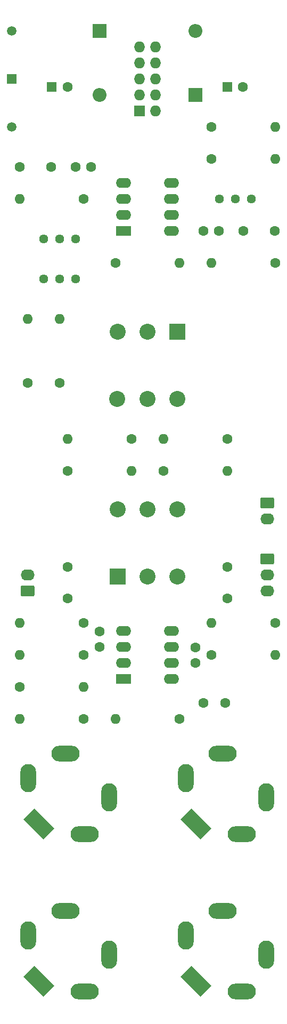
<source format=gbs>
G04 #@! TF.GenerationSoftware,KiCad,Pcbnew,6.0.4-6f826c9f35~116~ubuntu20.04.1*
G04 #@! TF.CreationDate,2022-04-19T11:49:20-04:00*
G04 #@! TF.ProjectId,arrm,6172726d-2e6b-4696-9361-645f70636258,rev?*
G04 #@! TF.SameCoordinates,Original*
G04 #@! TF.FileFunction,Soldermask,Bot*
G04 #@! TF.FilePolarity,Negative*
%FSLAX46Y46*%
G04 Gerber Fmt 4.6, Leading zero omitted, Abs format (unit mm)*
G04 Created by KiCad (PCBNEW 6.0.4-6f826c9f35~116~ubuntu20.04.1) date 2022-04-19 11:49:20*
%MOMM*%
%LPD*%
G01*
G04 APERTURE LIST*
G04 Aperture macros list*
%AMRoundRect*
0 Rectangle with rounded corners*
0 $1 Rounding radius*
0 $2 $3 $4 $5 $6 $7 $8 $9 X,Y pos of 4 corners*
0 Add a 4 corners polygon primitive as box body*
4,1,4,$2,$3,$4,$5,$6,$7,$8,$9,$2,$3,0*
0 Add four circle primitives for the rounded corners*
1,1,$1+$1,$2,$3*
1,1,$1+$1,$4,$5*
1,1,$1+$1,$6,$7*
1,1,$1+$1,$8,$9*
0 Add four rect primitives between the rounded corners*
20,1,$1+$1,$2,$3,$4,$5,0*
20,1,$1+$1,$4,$5,$6,$7,0*
20,1,$1+$1,$6,$7,$8,$9,0*
20,1,$1+$1,$8,$9,$2,$3,0*%
%AMRotRect*
0 Rectangle, with rotation*
0 The origin of the aperture is its center*
0 $1 length*
0 $2 width*
0 $3 Rotation angle, in degrees counterclockwise*
0 Add horizontal line*
21,1,$1,$2,0,0,$3*%
G04 Aperture macros list end*
%ADD10O,2.500000X4.500001*%
%ADD11O,4.500001X2.500001*%
%ADD12RotRect,4.500001X2.500001X315.000000*%
%ADD13O,4.500000X2.500000*%
%ADD14O,2.500000X4.500000*%
%ADD15RoundRect,0.250000X0.850000X-0.620000X0.850000X0.620000X-0.850000X0.620000X-0.850000X-0.620000X0*%
%ADD16O,2.200000X1.740000*%
%ADD17C,1.600000*%
%ADD18O,1.600000X1.600000*%
%ADD19R,2.540000X2.540000*%
%ADD20C,2.540000*%
%ADD21R,1.600000X1.600000*%
%ADD22R,1.500000X1.500000*%
%ADD23C,1.500000*%
%ADD24C,1.440000*%
%ADD25RoundRect,0.250000X-0.850000X0.620000X-0.850000X-0.620000X0.850000X-0.620000X0.850000X0.620000X0*%
%ADD26R,2.400000X1.600000*%
%ADD27O,2.400000X1.600000*%
%ADD28R,1.727200X1.727200*%
%ADD29O,1.727200X1.727200*%
%ADD30R,2.200000X2.200000*%
%ADD31O,2.200000X2.200000*%
G04 APERTURE END LIST*
D10*
G04 #@! TO.C,J11*
X118900000Y-175500000D03*
D11*
X115000000Y-181400000D03*
D12*
X107760000Y-179740000D03*
D13*
X112000000Y-168600000D03*
D14*
X106100000Y-172500000D03*
G04 #@! TD*
D10*
G04 #@! TO.C,J8*
X118900000Y-150500000D03*
D11*
X115000000Y-156400000D03*
D12*
X107760000Y-154740000D03*
D13*
X112000000Y-143600000D03*
D14*
X106100000Y-147500000D03*
G04 #@! TD*
D10*
G04 #@! TO.C,J10*
X93900000Y-175500000D03*
D11*
X90000000Y-181400000D03*
D12*
X82760000Y-179740000D03*
D13*
X87000000Y-168600000D03*
D14*
X81100000Y-172500000D03*
G04 #@! TD*
D10*
G04 #@! TO.C,J9*
X93900000Y-150500000D03*
D11*
X90000000Y-156400000D03*
D12*
X82760000Y-154740000D03*
D13*
X87000000Y-143600000D03*
D14*
X81100000Y-147500000D03*
G04 #@! TD*
D15*
G04 #@! TO.C,J2*
X80950000Y-117780000D03*
D16*
X80950000Y-115240000D03*
G04 #@! TD*
D17*
G04 #@! TO.C,D3*
X97460000Y-93650000D03*
D18*
X87300000Y-93650000D03*
G04 #@! TD*
D17*
G04 #@! TO.C,C7*
X112700000Y-113970000D03*
X112700000Y-118970000D03*
G04 #@! TD*
D19*
G04 #@! TO.C,TR1*
X95250000Y-115490000D03*
D20*
X99999800Y-115490000D03*
X104749600Y-115490000D03*
X104775000Y-104822000D03*
X99999800Y-104822000D03*
X95250000Y-104822000D03*
G04 #@! TD*
D19*
G04 #@! TO.C,TR2*
X104749800Y-76632000D03*
D20*
X100000000Y-76632000D03*
X95250200Y-76632000D03*
X95224800Y-87300000D03*
X100000000Y-87300000D03*
X104749800Y-87300000D03*
G04 #@! TD*
D17*
G04 #@! TO.C,R6*
X120320000Y-122860000D03*
D18*
X110160000Y-122860000D03*
G04 #@! TD*
D17*
G04 #@! TO.C,D6*
X102540000Y-98730000D03*
D18*
X112700000Y-98730000D03*
G04 #@! TD*
D17*
G04 #@! TO.C,C1*
X108890000Y-135560000D03*
X112390000Y-135560000D03*
G04 #@! TD*
D21*
G04 #@! TO.C,C3*
X112700000Y-37770000D03*
D17*
X115200000Y-37770000D03*
G04 #@! TD*
G04 #@! TO.C,R13*
X110160000Y-49200000D03*
D18*
X120320000Y-49200000D03*
G04 #@! TD*
D17*
G04 #@! TO.C,R1*
X105080000Y-138100000D03*
D18*
X94920000Y-138100000D03*
G04 #@! TD*
D22*
G04 #@! TO.C,TP3*
X78410000Y-36500000D03*
G04 #@! TD*
D17*
G04 #@! TO.C,R8*
X86030000Y-84760000D03*
D18*
X86030000Y-74600000D03*
G04 #@! TD*
D17*
G04 #@! TO.C,R11*
X94920000Y-65710000D03*
D18*
X105080000Y-65710000D03*
G04 #@! TD*
D17*
G04 #@! TO.C,R12*
X89880000Y-55550000D03*
D18*
X79720000Y-55550000D03*
G04 #@! TD*
D17*
G04 #@! TO.C,C9*
X88570000Y-50470000D03*
X91070000Y-50470000D03*
G04 #@! TD*
D23*
G04 #@! TO.C,TP2*
X78410000Y-28880000D03*
G04 #@! TD*
D24*
G04 #@! TO.C,RV5*
X88620000Y-61900000D03*
X86080000Y-61900000D03*
X83540000Y-61900000D03*
G04 #@! TD*
D17*
G04 #@! TO.C,R4*
X89840000Y-127940000D03*
D18*
X79680000Y-127940000D03*
G04 #@! TD*
D21*
G04 #@! TO.C,C4*
X84800000Y-37770000D03*
D17*
X87300000Y-37770000D03*
G04 #@! TD*
D25*
G04 #@! TO.C,J3*
X119050000Y-103810000D03*
D16*
X119050000Y-106350000D03*
G04 #@! TD*
D17*
G04 #@! TO.C,D4*
X87300000Y-98730000D03*
D18*
X97460000Y-98730000D03*
G04 #@! TD*
D26*
G04 #@! TO.C,U1*
X96190000Y-131750000D03*
D27*
X96190000Y-129210000D03*
X96190000Y-126670000D03*
X96190000Y-124130000D03*
X103810000Y-124130000D03*
X103810000Y-126670000D03*
X103810000Y-129210000D03*
X103810000Y-131750000D03*
G04 #@! TD*
D17*
G04 #@! TO.C,C5*
X107620000Y-129210000D03*
X107620000Y-126710000D03*
G04 #@! TD*
G04 #@! TO.C,C2*
X87300000Y-113970000D03*
X87300000Y-118970000D03*
G04 #@! TD*
G04 #@! TO.C,C10*
X115240000Y-60630000D03*
X120240000Y-60630000D03*
G04 #@! TD*
D24*
G04 #@! TO.C,RV4*
X88610000Y-68250000D03*
X86070000Y-68250000D03*
X83530000Y-68250000D03*
G04 #@! TD*
G04 #@! TO.C,RV6*
X111430000Y-55550000D03*
X113970000Y-55550000D03*
X116510000Y-55550000D03*
G04 #@! TD*
D17*
G04 #@! TO.C,R14*
X110160000Y-44120000D03*
D18*
X120320000Y-44120000D03*
G04 #@! TD*
D26*
G04 #@! TO.C,U2*
X96200000Y-60620000D03*
D27*
X96200000Y-58080000D03*
X96200000Y-55540000D03*
X96200000Y-53000000D03*
X103820000Y-53000000D03*
X103820000Y-55540000D03*
X103820000Y-58080000D03*
X103820000Y-60620000D03*
G04 #@! TD*
D17*
G04 #@! TO.C,R3*
X89840000Y-138100000D03*
D18*
X79680000Y-138100000D03*
G04 #@! TD*
D17*
G04 #@! TO.C,R10*
X80950000Y-84760000D03*
D18*
X80950000Y-74600000D03*
G04 #@! TD*
D25*
G04 #@! TO.C,J1*
X119050000Y-112700000D03*
D16*
X119050000Y-115240000D03*
X119050000Y-117780000D03*
G04 #@! TD*
D17*
G04 #@! TO.C,R2*
X79680000Y-133020000D03*
D18*
X89840000Y-133020000D03*
G04 #@! TD*
D17*
G04 #@! TO.C,C6*
X92380000Y-126670000D03*
X92380000Y-124170000D03*
G04 #@! TD*
G04 #@! TO.C,R5*
X89840000Y-122860000D03*
D18*
X79680000Y-122860000D03*
G04 #@! TD*
D17*
G04 #@! TO.C,R7*
X110160000Y-127940000D03*
D18*
X120320000Y-127940000D03*
G04 #@! TD*
D17*
G04 #@! TO.C,R9*
X120320000Y-65710000D03*
D18*
X110160000Y-65710000D03*
G04 #@! TD*
D17*
G04 #@! TO.C,D5*
X112700000Y-93650000D03*
D18*
X102540000Y-93650000D03*
G04 #@! TD*
D28*
G04 #@! TO.C,J7*
X98730000Y-41580000D03*
D29*
X101270000Y-41580000D03*
X98730000Y-39040000D03*
X101270000Y-39040000D03*
X98730000Y-36500000D03*
X101270000Y-36500000D03*
X98730000Y-33960000D03*
X101270000Y-33960000D03*
X98730000Y-31420000D03*
X101270000Y-31420000D03*
G04 #@! TD*
D17*
G04 #@! TO.C,C11*
X84720000Y-50470000D03*
X79720000Y-50470000D03*
G04 #@! TD*
D23*
G04 #@! TO.C,TP1*
X78410000Y-44120000D03*
G04 #@! TD*
D30*
G04 #@! TO.C,D1*
X107620000Y-39040000D03*
D31*
X107620000Y-28880000D03*
G04 #@! TD*
D17*
G04 #@! TO.C,C8*
X108890000Y-60630000D03*
X111390000Y-60630000D03*
G04 #@! TD*
D30*
G04 #@! TO.C,D2*
X92380000Y-28880000D03*
D31*
X92380000Y-39040000D03*
G04 #@! TD*
M02*

</source>
